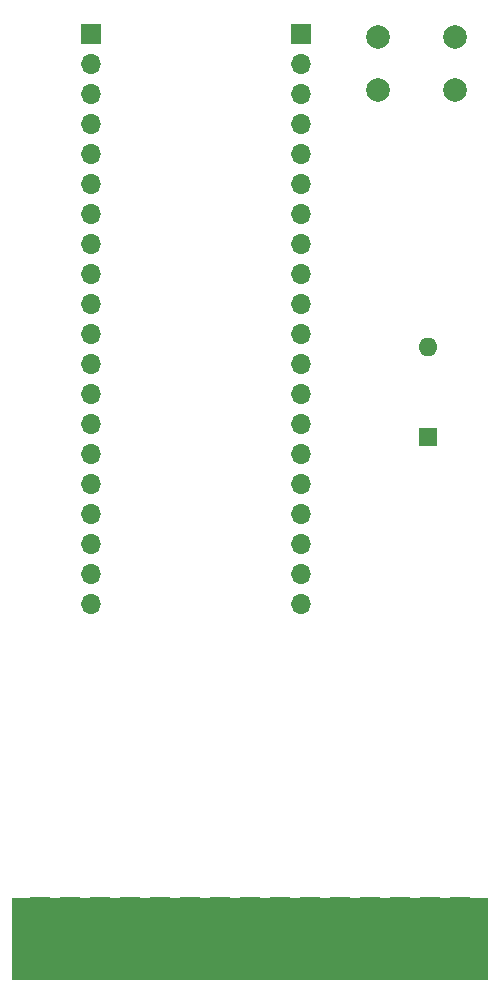
<source format=gbr>
%TF.GenerationSoftware,KiCad,Pcbnew,8.0.1*%
%TF.CreationDate,2024-04-26T17:01:43+02:00*%
%TF.ProjectId,PiCOLECO,5069434f-4c45-4434-9f2e-6b696361645f,1*%
%TF.SameCoordinates,Original*%
%TF.FileFunction,Soldermask,Top*%
%TF.FilePolarity,Negative*%
%FSLAX46Y46*%
G04 Gerber Fmt 4.6, Leading zero omitted, Abs format (unit mm)*
G04 Created by KiCad (PCBNEW 8.0.1) date 2024-04-26 17:01:43*
%MOMM*%
%LPD*%
G01*
G04 APERTURE LIST*
%ADD10C,0.100000*%
%ADD11R,1.750000X7.000000*%
%ADD12R,1.750000X5.750000*%
%ADD13C,2.000000*%
%ADD14R,1.700000X1.700000*%
%ADD15O,1.700000X1.700000*%
%ADD16R,1.600000X1.600000*%
%ADD17O,1.600000X1.600000*%
G04 APERTURE END LIST*
D10*
%TO.C,X1*%
X119138700Y-153469200D02*
X78943200Y-153469200D01*
X78943200Y-146547700D01*
X119138700Y-146547700D01*
X119138700Y-153469200D01*
G36*
X119138700Y-153469200D02*
G01*
X78943200Y-153469200D01*
X78943200Y-146547700D01*
X119138700Y-146547700D01*
X119138700Y-153469200D01*
G37*
%TD*%
D11*
%TO.C,X1*%
X81292700Y-149976700D03*
X83832700Y-149976700D03*
X86372700Y-149976700D03*
X88912700Y-149976700D03*
X91452700Y-149976700D03*
X93992700Y-149976700D03*
X96532700Y-149976700D03*
X99072700Y-149976700D03*
X101612700Y-149976700D03*
X104152700Y-149976700D03*
X106692700Y-149976700D03*
X109232700Y-149976700D03*
X111772700Y-149976700D03*
X114312700Y-149976700D03*
D12*
X116852700Y-149341700D03*
%TD*%
D13*
%TO.C,SW1*%
X109875000Y-73650000D03*
X116375000Y-73650000D03*
X109875000Y-78150000D03*
X116375000Y-78150000D03*
%TD*%
D14*
%TO.C,J2*%
X103375000Y-73385000D03*
D15*
X103375000Y-75925000D03*
X103375000Y-78465000D03*
X103375000Y-81005000D03*
X103375000Y-83545000D03*
X103375000Y-86085000D03*
X103375000Y-88625000D03*
X103375000Y-91165000D03*
X103375000Y-93705000D03*
X103375000Y-96245000D03*
X103375000Y-98785000D03*
X103375000Y-101325000D03*
X103375000Y-103865000D03*
X103375000Y-106405000D03*
X103375000Y-108945000D03*
X103375000Y-111485000D03*
X103375000Y-114025000D03*
X103375000Y-116565000D03*
X103375000Y-119105000D03*
X103375000Y-121645000D03*
%TD*%
D14*
%TO.C,J1*%
X85600000Y-73385000D03*
D15*
X85600000Y-75925000D03*
X85600000Y-78465000D03*
X85600000Y-81005000D03*
X85600000Y-83545000D03*
X85600000Y-86085000D03*
X85600000Y-88625000D03*
X85600000Y-91165000D03*
X85600000Y-93705000D03*
X85600000Y-96245000D03*
X85600000Y-98785000D03*
X85600000Y-101325000D03*
X85600000Y-103865000D03*
X85600000Y-106405000D03*
X85600000Y-108945000D03*
X85600000Y-111485000D03*
X85600000Y-114025000D03*
X85600000Y-116565000D03*
X85600000Y-119105000D03*
X85600000Y-121645000D03*
%TD*%
D16*
%TO.C,D1*%
X114125000Y-107535000D03*
D17*
X114125000Y-99915000D03*
%TD*%
M02*

</source>
